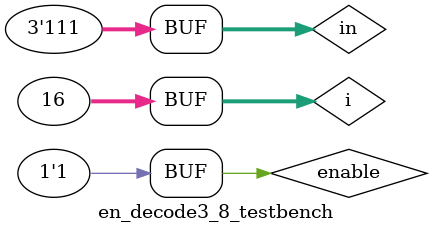
<source format=sv>
`timescale 1ns/10ps

module en_decode3_8 (out, in, enable);
		output logic [7:0] out;
		input logic   [2:0] in;
		input logic     enable;
		
		logic ni, nia0, nia1;

		parameter delay = 0.05;
		
		// Last input bit acts as enable bit, so it must be
		// anded with enable to activate/deactivate the lower decoders.
		
		not #delay (ni, in[2]);
		and #delay (nia0, ni, enable);
		and #delay (nia1, in[2], enable);
		
		// Last input bit is connected to enable
		// which picks between the two decoders.
		// as the last input bit determines if you are
		// in the lower or upper half of the number range.
		
		en_decode2_4 ed0 (out[3:0], in[1:0], nia0);
		en_decode2_4 ed1 (out[7:4], in[1:0], nia1);
endmodule

module en_decode3_8_testbench ();
		logic [7:0] out;
		logic [2:0] in;
		logic enable;
		
		en_decode3_8 dut (.out, .in, .enable);
		
		integer i;

		initial begin
				for(i=0; i<16; i++) begin
						{in, enable} = i; #10;
				end
		end
endmodule
</source>
